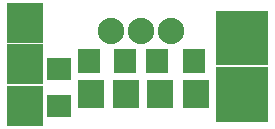
<source format=gbs>
G04 MADE WITH FRITZING*
G04 WWW.FRITZING.ORG*
G04 SINGLE SIDED*
G04 HOLES NOT PLATED*
G04 CONTOUR ON CENTER OF CONTOUR VECTOR*
%ASAXBY*%
%FSLAX23Y23*%
%MOIN*%
%OFA0B0*%
%SFA1.0B1.0*%
%ADD10C,0.088000*%
%ADD11R,0.084803X0.072992*%
%ADD12R,0.072992X0.084803*%
%ADD13R,0.088740X0.096615*%
%ADD14R,0.124240X0.135984*%
%ADD15R,0.124173X0.135984*%
%ADD16R,0.001000X0.001000*%
%LNMASK0*%
G90*
G70*
G54D10*
X350Y319D03*
X450Y319D03*
X550Y319D03*
G54D11*
X175Y69D03*
X175Y191D03*
G54D12*
X625Y219D03*
X503Y219D03*
G54D13*
X631Y107D03*
X513Y107D03*
X282Y107D03*
X400Y107D03*
G54D12*
X275Y219D03*
X397Y219D03*
G54D14*
X63Y69D03*
G54D15*
X63Y207D03*
X63Y344D03*
G54D16*
X700Y385D02*
X873Y385D01*
X700Y384D02*
X873Y384D01*
X700Y383D02*
X873Y383D01*
X700Y382D02*
X873Y382D01*
X700Y381D02*
X873Y381D01*
X700Y380D02*
X873Y380D01*
X700Y379D02*
X873Y379D01*
X700Y378D02*
X873Y378D01*
X700Y377D02*
X873Y377D01*
X700Y376D02*
X873Y376D01*
X700Y375D02*
X873Y375D01*
X700Y374D02*
X873Y374D01*
X700Y373D02*
X873Y373D01*
X700Y372D02*
X873Y372D01*
X700Y371D02*
X873Y371D01*
X700Y370D02*
X873Y370D01*
X700Y369D02*
X873Y369D01*
X700Y368D02*
X873Y368D01*
X700Y367D02*
X873Y367D01*
X700Y366D02*
X873Y366D01*
X700Y365D02*
X873Y365D01*
X700Y364D02*
X873Y364D01*
X700Y363D02*
X873Y363D01*
X700Y362D02*
X873Y362D01*
X700Y361D02*
X873Y361D01*
X700Y360D02*
X873Y360D01*
X700Y359D02*
X873Y359D01*
X700Y358D02*
X873Y358D01*
X700Y357D02*
X873Y357D01*
X700Y356D02*
X873Y356D01*
X700Y355D02*
X873Y355D01*
X700Y354D02*
X873Y354D01*
X700Y353D02*
X873Y353D01*
X700Y352D02*
X873Y352D01*
X700Y351D02*
X873Y351D01*
X700Y350D02*
X873Y350D01*
X700Y349D02*
X873Y349D01*
X700Y348D02*
X873Y348D01*
X700Y347D02*
X873Y347D01*
X700Y346D02*
X873Y346D01*
X700Y345D02*
X873Y345D01*
X700Y344D02*
X873Y344D01*
X700Y343D02*
X873Y343D01*
X700Y342D02*
X873Y342D01*
X700Y341D02*
X873Y341D01*
X700Y340D02*
X873Y340D01*
X700Y339D02*
X873Y339D01*
X700Y338D02*
X873Y338D01*
X700Y337D02*
X873Y337D01*
X700Y336D02*
X873Y336D01*
X700Y335D02*
X873Y335D01*
X700Y334D02*
X873Y334D01*
X700Y333D02*
X873Y333D01*
X700Y332D02*
X873Y332D01*
X700Y331D02*
X873Y331D01*
X700Y330D02*
X873Y330D01*
X700Y329D02*
X873Y329D01*
X700Y328D02*
X873Y328D01*
X700Y327D02*
X873Y327D01*
X700Y326D02*
X873Y326D01*
X700Y325D02*
X873Y325D01*
X700Y324D02*
X873Y324D01*
X700Y323D02*
X873Y323D01*
X700Y322D02*
X873Y322D01*
X700Y321D02*
X873Y321D01*
X700Y320D02*
X873Y320D01*
X700Y319D02*
X873Y319D01*
X700Y318D02*
X873Y318D01*
X700Y317D02*
X873Y317D01*
X700Y316D02*
X873Y316D01*
X700Y315D02*
X873Y315D01*
X700Y314D02*
X873Y314D01*
X700Y313D02*
X873Y313D01*
X700Y312D02*
X873Y312D01*
X700Y311D02*
X873Y311D01*
X700Y310D02*
X873Y310D01*
X700Y309D02*
X873Y309D01*
X700Y308D02*
X873Y308D01*
X700Y307D02*
X873Y307D01*
X700Y306D02*
X873Y306D01*
X700Y305D02*
X873Y305D01*
X700Y304D02*
X873Y304D01*
X700Y303D02*
X873Y303D01*
X700Y302D02*
X873Y302D01*
X700Y301D02*
X873Y301D01*
X700Y300D02*
X873Y300D01*
X700Y299D02*
X873Y299D01*
X700Y298D02*
X873Y298D01*
X700Y297D02*
X873Y297D01*
X700Y296D02*
X873Y296D01*
X700Y295D02*
X873Y295D01*
X700Y294D02*
X873Y294D01*
X700Y293D02*
X873Y293D01*
X700Y292D02*
X873Y292D01*
X700Y291D02*
X873Y291D01*
X700Y290D02*
X873Y290D01*
X700Y289D02*
X873Y289D01*
X700Y288D02*
X873Y288D01*
X700Y287D02*
X873Y287D01*
X700Y286D02*
X873Y286D01*
X700Y285D02*
X873Y285D01*
X700Y284D02*
X873Y284D01*
X700Y283D02*
X873Y283D01*
X700Y282D02*
X873Y282D01*
X700Y281D02*
X873Y281D01*
X700Y280D02*
X873Y280D01*
X700Y279D02*
X873Y279D01*
X700Y278D02*
X873Y278D01*
X700Y277D02*
X873Y277D01*
X700Y276D02*
X873Y276D01*
X700Y275D02*
X873Y275D01*
X700Y274D02*
X873Y274D01*
X700Y273D02*
X873Y273D01*
X700Y272D02*
X873Y272D01*
X700Y271D02*
X873Y271D01*
X700Y270D02*
X873Y270D01*
X700Y269D02*
X873Y269D01*
X700Y268D02*
X873Y268D01*
X700Y267D02*
X873Y267D01*
X700Y266D02*
X873Y266D01*
X700Y265D02*
X873Y265D01*
X700Y264D02*
X873Y264D01*
X700Y263D02*
X873Y263D01*
X700Y262D02*
X873Y262D01*
X700Y261D02*
X873Y261D01*
X700Y260D02*
X873Y260D01*
X700Y259D02*
X873Y259D01*
X700Y258D02*
X873Y258D01*
X700Y257D02*
X873Y257D01*
X700Y256D02*
X873Y256D01*
X700Y255D02*
X873Y255D01*
X700Y254D02*
X873Y254D01*
X700Y253D02*
X873Y253D01*
X700Y252D02*
X873Y252D01*
X700Y251D02*
X873Y251D01*
X700Y250D02*
X873Y250D01*
X700Y249D02*
X873Y249D01*
X700Y248D02*
X873Y248D01*
X700Y247D02*
X873Y247D01*
X700Y246D02*
X873Y246D01*
X700Y245D02*
X873Y245D01*
X700Y244D02*
X873Y244D01*
X700Y243D02*
X873Y243D01*
X700Y242D02*
X873Y242D01*
X700Y241D02*
X873Y241D01*
X700Y240D02*
X873Y240D01*
X700Y239D02*
X873Y239D01*
X700Y238D02*
X873Y238D01*
X700Y237D02*
X873Y237D01*
X700Y236D02*
X873Y236D01*
X700Y235D02*
X873Y235D01*
X700Y234D02*
X873Y234D01*
X700Y233D02*
X873Y233D01*
X700Y232D02*
X873Y232D01*
X700Y231D02*
X873Y231D01*
X700Y230D02*
X873Y230D01*
X700Y229D02*
X873Y229D01*
X700Y228D02*
X873Y228D01*
X700Y227D02*
X873Y227D01*
X700Y226D02*
X873Y226D01*
X700Y225D02*
X873Y225D01*
X700Y224D02*
X873Y224D01*
X700Y223D02*
X873Y223D01*
X700Y222D02*
X873Y222D01*
X700Y221D02*
X873Y221D01*
X700Y220D02*
X873Y220D01*
X700Y219D02*
X873Y219D01*
X700Y218D02*
X873Y218D01*
X700Y217D02*
X873Y217D01*
X700Y216D02*
X873Y216D01*
X700Y215D02*
X873Y215D01*
X700Y214D02*
X873Y214D01*
X700Y213D02*
X873Y213D01*
X700Y212D02*
X873Y212D01*
X700Y211D02*
X873Y211D01*
X700Y210D02*
X873Y210D01*
X700Y209D02*
X873Y209D01*
X700Y208D02*
X873Y208D01*
X700Y207D02*
X873Y207D01*
X700Y206D02*
X873Y206D01*
X700Y205D02*
X873Y205D01*
X700Y204D02*
X873Y204D01*
X701Y198D02*
X873Y198D01*
X700Y197D02*
X873Y197D01*
X700Y196D02*
X873Y196D01*
X700Y195D02*
X873Y195D01*
X700Y194D02*
X873Y194D01*
X700Y193D02*
X873Y193D01*
X700Y192D02*
X873Y192D01*
X700Y191D02*
X873Y191D01*
X700Y190D02*
X873Y190D01*
X700Y189D02*
X873Y189D01*
X700Y188D02*
X873Y188D01*
X700Y187D02*
X873Y187D01*
X700Y186D02*
X873Y186D01*
X700Y185D02*
X873Y185D01*
X700Y184D02*
X873Y184D01*
X700Y183D02*
X873Y183D01*
X700Y182D02*
X873Y182D01*
X700Y181D02*
X873Y181D01*
X700Y180D02*
X873Y180D01*
X700Y179D02*
X873Y179D01*
X700Y178D02*
X873Y178D01*
X700Y177D02*
X873Y177D01*
X700Y176D02*
X873Y176D01*
X700Y175D02*
X873Y175D01*
X700Y174D02*
X873Y174D01*
X700Y173D02*
X873Y173D01*
X700Y172D02*
X873Y172D01*
X700Y171D02*
X873Y171D01*
X700Y170D02*
X873Y170D01*
X700Y169D02*
X873Y169D01*
X700Y168D02*
X873Y168D01*
X700Y167D02*
X873Y167D01*
X700Y166D02*
X873Y166D01*
X700Y165D02*
X873Y165D01*
X700Y164D02*
X873Y164D01*
X700Y163D02*
X873Y163D01*
X700Y162D02*
X873Y162D01*
X700Y161D02*
X873Y161D01*
X700Y160D02*
X873Y160D01*
X700Y159D02*
X873Y159D01*
X700Y158D02*
X873Y158D01*
X700Y157D02*
X873Y157D01*
X700Y156D02*
X873Y156D01*
X700Y155D02*
X873Y155D01*
X700Y154D02*
X873Y154D01*
X700Y153D02*
X873Y153D01*
X700Y152D02*
X873Y152D01*
X700Y151D02*
X873Y151D01*
X700Y150D02*
X873Y150D01*
X700Y149D02*
X873Y149D01*
X700Y148D02*
X873Y148D01*
X700Y147D02*
X873Y147D01*
X700Y146D02*
X873Y146D01*
X700Y145D02*
X873Y145D01*
X700Y144D02*
X873Y144D01*
X700Y143D02*
X873Y143D01*
X700Y142D02*
X873Y142D01*
X700Y141D02*
X873Y141D01*
X700Y140D02*
X873Y140D01*
X700Y139D02*
X873Y139D01*
X700Y138D02*
X873Y138D01*
X700Y137D02*
X873Y137D01*
X700Y136D02*
X873Y136D01*
X700Y135D02*
X873Y135D01*
X700Y134D02*
X873Y134D01*
X700Y133D02*
X873Y133D01*
X700Y132D02*
X873Y132D01*
X700Y131D02*
X873Y131D01*
X700Y130D02*
X873Y130D01*
X700Y129D02*
X873Y129D01*
X700Y128D02*
X873Y128D01*
X700Y127D02*
X873Y127D01*
X700Y126D02*
X873Y126D01*
X700Y125D02*
X873Y125D01*
X700Y124D02*
X873Y124D01*
X700Y123D02*
X873Y123D01*
X700Y122D02*
X873Y122D01*
X700Y121D02*
X873Y121D01*
X700Y120D02*
X873Y120D01*
X700Y119D02*
X873Y119D01*
X700Y118D02*
X873Y118D01*
X700Y117D02*
X873Y117D01*
X700Y116D02*
X873Y116D01*
X700Y115D02*
X873Y115D01*
X700Y114D02*
X873Y114D01*
X700Y113D02*
X873Y113D01*
X700Y112D02*
X873Y112D01*
X700Y111D02*
X873Y111D01*
X700Y110D02*
X873Y110D01*
X700Y109D02*
X873Y109D01*
X700Y108D02*
X873Y108D01*
X700Y107D02*
X873Y107D01*
X700Y106D02*
X873Y106D01*
X700Y105D02*
X873Y105D01*
X700Y104D02*
X873Y104D01*
X700Y103D02*
X873Y103D01*
X700Y102D02*
X873Y102D01*
X700Y101D02*
X873Y101D01*
X700Y100D02*
X873Y100D01*
X700Y99D02*
X873Y99D01*
X700Y98D02*
X873Y98D01*
X700Y97D02*
X873Y97D01*
X700Y96D02*
X873Y96D01*
X700Y95D02*
X873Y95D01*
X700Y94D02*
X873Y94D01*
X700Y93D02*
X873Y93D01*
X700Y92D02*
X873Y92D01*
X700Y91D02*
X873Y91D01*
X700Y90D02*
X873Y90D01*
X700Y89D02*
X873Y89D01*
X700Y88D02*
X873Y88D01*
X700Y87D02*
X873Y87D01*
X700Y86D02*
X873Y86D01*
X700Y85D02*
X873Y85D01*
X700Y84D02*
X873Y84D01*
X700Y83D02*
X873Y83D01*
X700Y82D02*
X873Y82D01*
X700Y81D02*
X873Y81D01*
X700Y80D02*
X873Y80D01*
X700Y79D02*
X873Y79D01*
X700Y78D02*
X873Y78D01*
X700Y77D02*
X873Y77D01*
X700Y76D02*
X873Y76D01*
X700Y75D02*
X873Y75D01*
X700Y74D02*
X873Y74D01*
X700Y73D02*
X873Y73D01*
X700Y72D02*
X873Y72D01*
X700Y71D02*
X873Y71D01*
X700Y70D02*
X873Y70D01*
X700Y69D02*
X873Y69D01*
X700Y68D02*
X873Y68D01*
X700Y67D02*
X873Y67D01*
X700Y66D02*
X873Y66D01*
X700Y65D02*
X873Y65D01*
X700Y64D02*
X873Y64D01*
X700Y63D02*
X873Y63D01*
X700Y62D02*
X873Y62D01*
X700Y61D02*
X873Y61D01*
X700Y60D02*
X873Y60D01*
X700Y59D02*
X873Y59D01*
X700Y58D02*
X873Y58D01*
X700Y57D02*
X873Y57D01*
X700Y56D02*
X873Y56D01*
X700Y55D02*
X873Y55D01*
X700Y54D02*
X873Y54D01*
X700Y53D02*
X873Y53D01*
X700Y52D02*
X873Y52D01*
X700Y51D02*
X873Y51D01*
X700Y50D02*
X873Y50D01*
X700Y49D02*
X873Y49D01*
X700Y48D02*
X873Y48D01*
X700Y47D02*
X873Y47D01*
X700Y46D02*
X873Y46D01*
X700Y45D02*
X873Y45D01*
X700Y44D02*
X873Y44D01*
X700Y43D02*
X873Y43D01*
X700Y42D02*
X873Y42D01*
X700Y41D02*
X873Y41D01*
X700Y40D02*
X873Y40D01*
X700Y39D02*
X873Y39D01*
X700Y38D02*
X873Y38D01*
X700Y37D02*
X873Y37D01*
X700Y36D02*
X873Y36D01*
X700Y35D02*
X873Y35D01*
X700Y34D02*
X873Y34D01*
X700Y33D02*
X873Y33D01*
X700Y32D02*
X873Y32D01*
X700Y31D02*
X873Y31D01*
X700Y30D02*
X873Y30D01*
X700Y29D02*
X873Y29D01*
X700Y28D02*
X873Y28D01*
X700Y27D02*
X873Y27D01*
X700Y26D02*
X873Y26D01*
X700Y25D02*
X873Y25D01*
X700Y24D02*
X873Y24D01*
X700Y23D02*
X873Y23D01*
X700Y22D02*
X873Y22D01*
X700Y21D02*
X873Y21D01*
X700Y20D02*
X873Y20D01*
X700Y19D02*
X873Y19D01*
X700Y18D02*
X873Y18D01*
X700Y17D02*
X873Y17D01*
X701Y16D02*
X873Y16D01*
D02*
G04 End of Mask0*
M02*
</source>
